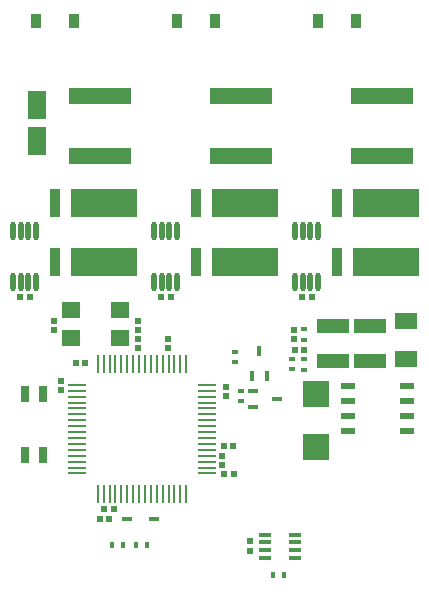
<source format=gbp>
G04 Layer_Color=128*
%FSAX24Y24*%
%MOIN*%
G70*
G01*
G75*
%ADD12R,0.0205X0.0205*%
%ADD13R,0.0205X0.0205*%
%ADD26R,0.0177X0.0217*%
%ADD27R,0.0217X0.0177*%
%ADD58R,0.2205X0.0961*%
%ADD59R,0.0350X0.0961*%
%ADD60R,0.0906X0.0906*%
%ADD61R,0.0335X0.0157*%
%ADD62R,0.0315X0.0551*%
%ADD63O,0.0098X0.0610*%
%ADD64O,0.0610X0.0098*%
%ADD65R,0.0630X0.0550*%
%ADD66O,0.0177X0.0630*%
%ADD67R,0.2087X0.0532*%
%ADD68R,0.0358X0.0480*%
%ADD69R,0.0610X0.0945*%
%ADD70R,0.0748X0.0532*%
%ADD71R,0.1063X0.0453*%
%ADD72R,0.0470X0.0220*%
%ADD73R,0.0177X0.0335*%
%ADD74R,0.0335X0.0177*%
%ADD75R,0.0394X0.0177*%
D12*
X058570Y030065D02*
D03*
Y029750D02*
D03*
X057570Y030057D02*
D03*
Y029743D02*
D03*
X060400Y025843D02*
D03*
Y026157D02*
D03*
X054770Y030343D02*
D03*
Y030657D02*
D03*
X057570Y030657D02*
D03*
Y030343D02*
D03*
X055020Y028665D02*
D03*
Y028350D02*
D03*
X060520Y028150D02*
D03*
Y028465D02*
D03*
X061320Y022993D02*
D03*
Y023307D02*
D03*
X062770Y030355D02*
D03*
Y030040D02*
D03*
D13*
X063377Y031450D02*
D03*
X063062D02*
D03*
X058677D02*
D03*
X058362D02*
D03*
X056462Y024400D02*
D03*
X056777D02*
D03*
X053977Y031450D02*
D03*
X053662D02*
D03*
X055820Y029250D02*
D03*
X055505D02*
D03*
X056312Y024050D02*
D03*
X056627D02*
D03*
X060462Y025550D02*
D03*
X060777D02*
D03*
X060757Y026500D02*
D03*
X060443D02*
D03*
X062812Y029697D02*
D03*
X063127D02*
D03*
D26*
X057870Y023200D02*
D03*
X057516D02*
D03*
X057074D02*
D03*
X056720D02*
D03*
X062447Y022200D02*
D03*
X062093D02*
D03*
D27*
X062720Y029404D02*
D03*
Y029050D02*
D03*
X063120Y030375D02*
D03*
Y030020D02*
D03*
Y029375D02*
D03*
Y029020D02*
D03*
X060820Y029273D02*
D03*
Y029627D02*
D03*
X061020Y028327D02*
D03*
Y027973D02*
D03*
D58*
X056450Y032624D02*
D03*
Y034576D02*
D03*
X065850D02*
D03*
Y032624D02*
D03*
X061150Y034576D02*
D03*
Y032624D02*
D03*
D59*
X054822Y034576D02*
D03*
Y032624D02*
D03*
X064222D02*
D03*
Y034576D02*
D03*
X059522Y032624D02*
D03*
Y034576D02*
D03*
D60*
X063520Y026464D02*
D03*
Y028236D02*
D03*
D61*
X057207Y024050D02*
D03*
X058133D02*
D03*
D62*
X053834Y028224D02*
D03*
X054405D02*
D03*
X053834Y026176D02*
D03*
X054405D02*
D03*
D63*
X056244Y029225D02*
D03*
X056440D02*
D03*
X056637D02*
D03*
X056834D02*
D03*
X057031D02*
D03*
X057228D02*
D03*
X057425D02*
D03*
X057621D02*
D03*
X057818D02*
D03*
X058015D02*
D03*
X058212D02*
D03*
X058409D02*
D03*
X058606D02*
D03*
X058803D02*
D03*
X058999D02*
D03*
X059196D02*
D03*
Y024875D02*
D03*
X058999D02*
D03*
X058803D02*
D03*
X058606D02*
D03*
X058409D02*
D03*
X058212D02*
D03*
X058015D02*
D03*
X057818D02*
D03*
X057621D02*
D03*
X057425D02*
D03*
X057228D02*
D03*
X057031D02*
D03*
X056834D02*
D03*
X056637D02*
D03*
X056440D02*
D03*
X056244D02*
D03*
D64*
X059895Y028526D02*
D03*
Y028330D02*
D03*
Y028133D02*
D03*
Y027936D02*
D03*
Y027739D02*
D03*
Y027542D02*
D03*
Y027345D02*
D03*
Y027148D02*
D03*
Y026952D02*
D03*
Y026755D02*
D03*
Y026558D02*
D03*
Y026361D02*
D03*
Y026164D02*
D03*
Y025967D02*
D03*
Y025770D02*
D03*
Y025574D02*
D03*
X055545D02*
D03*
Y025770D02*
D03*
Y025967D02*
D03*
Y026164D02*
D03*
Y026361D02*
D03*
Y026558D02*
D03*
Y026755D02*
D03*
Y026952D02*
D03*
Y027148D02*
D03*
Y027345D02*
D03*
Y027542D02*
D03*
Y027739D02*
D03*
Y027936D02*
D03*
Y028133D02*
D03*
Y028330D02*
D03*
Y028526D02*
D03*
D65*
X055355Y030075D02*
D03*
X056985D02*
D03*
Y031025D02*
D03*
X055355D02*
D03*
D66*
X062816Y033646D02*
D03*
X063072D02*
D03*
X063328D02*
D03*
X063584D02*
D03*
X062816Y031954D02*
D03*
X063072D02*
D03*
X063328D02*
D03*
X063584D02*
D03*
X053416Y033646D02*
D03*
X053672D02*
D03*
X053928D02*
D03*
X054184D02*
D03*
X053416Y031954D02*
D03*
X053672D02*
D03*
X053928D02*
D03*
X054184D02*
D03*
X058116Y033646D02*
D03*
X058372D02*
D03*
X058628D02*
D03*
X058884D02*
D03*
X058116Y031954D02*
D03*
X058372D02*
D03*
X058628D02*
D03*
X058884D02*
D03*
D67*
X065720Y036156D02*
D03*
Y038144D02*
D03*
X061020Y036156D02*
D03*
Y038144D02*
D03*
X056320Y036162D02*
D03*
Y038150D02*
D03*
D68*
X054176Y040650D02*
D03*
X055464D02*
D03*
X058876D02*
D03*
X060164D02*
D03*
X063576D02*
D03*
X064864D02*
D03*
D69*
X054220Y037851D02*
D03*
Y036650D02*
D03*
D70*
X066520Y029390D02*
D03*
Y030650D02*
D03*
D71*
X065320Y030491D02*
D03*
Y029309D02*
D03*
X064070Y030491D02*
D03*
Y029309D02*
D03*
D72*
X064570Y027000D02*
D03*
Y027500D02*
D03*
Y028000D02*
D03*
Y028500D02*
D03*
X066560Y027000D02*
D03*
Y027500D02*
D03*
Y028000D02*
D03*
Y028500D02*
D03*
D73*
X061628Y029665D02*
D03*
X061372Y028835D02*
D03*
X061884D02*
D03*
D74*
X062235Y028050D02*
D03*
X061405Y028306D02*
D03*
Y027794D02*
D03*
D75*
X061808Y023534D02*
D03*
X062832D02*
D03*
Y022766D02*
D03*
Y023022D02*
D03*
Y023278D02*
D03*
X061808D02*
D03*
Y023022D02*
D03*
Y022766D02*
D03*
M02*

</source>
